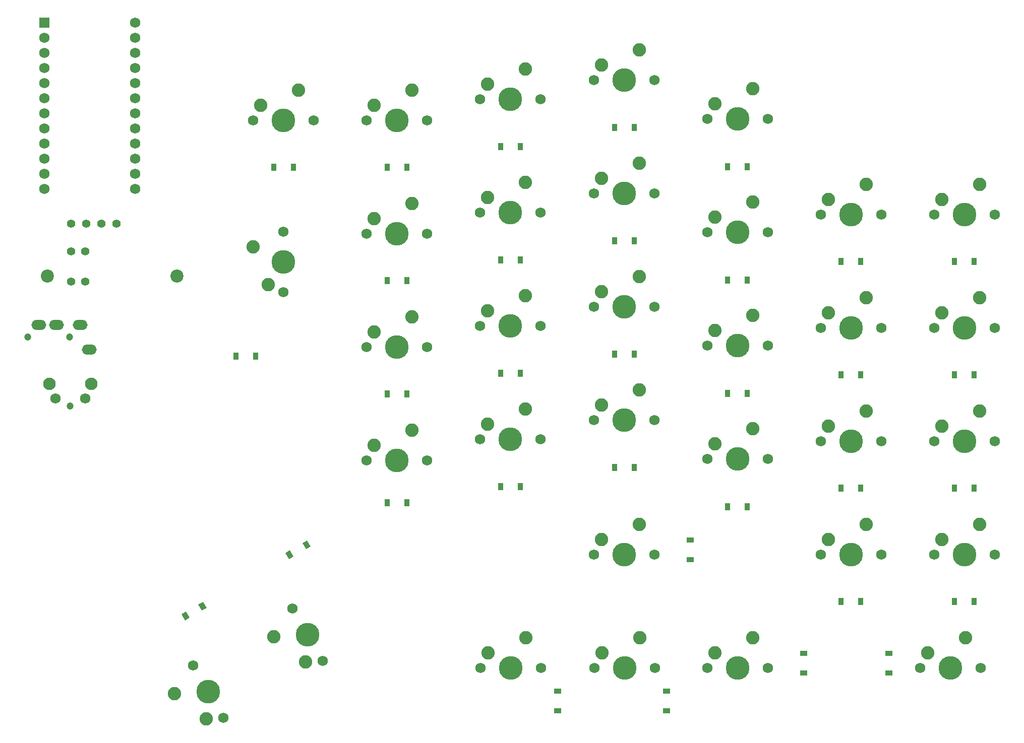
<source format=gbs>
G04 #@! TF.GenerationSoftware,KiCad,Pcbnew,5.1.10*
G04 #@! TF.CreationDate,2021-07-25T23:07:30-04:00*
G04 #@! TF.ProjectId,v04_right,7630345f-7269-4676-9874-2e6b69636164,rev?*
G04 #@! TF.SameCoordinates,Original*
G04 #@! TF.FileFunction,Soldermask,Bot*
G04 #@! TF.FilePolarity,Negative*
%FSLAX46Y46*%
G04 Gerber Fmt 4.6, Leading zero omitted, Abs format (unit mm)*
G04 Created by KiCad (PCBNEW 5.1.10) date 2021-07-25 23:07:30*
%MOMM*%
%LPD*%
G01*
G04 APERTURE LIST*
%ADD10O,2.500000X1.700000*%
%ADD11C,1.200000*%
%ADD12C,2.100000*%
%ADD13C,1.750000*%
%ADD14C,2.200000*%
%ADD15C,2.250000*%
%ADD16C,3.987800*%
%ADD17C,0.100000*%
%ADD18R,1.200000X0.900000*%
%ADD19R,0.900000X1.200000*%
%ADD20C,1.397000*%
%ADD21R,1.752600X1.752600*%
%ADD22C,1.752600*%
G04 APERTURE END LIST*
D10*
X-174731250Y-82268750D03*
X-176231250Y-78068750D03*
X-180231250Y-78068750D03*
X-183231250Y-78068750D03*
D11*
X-178031250Y-80168750D03*
X-185031250Y-80168750D03*
X-177918750Y-91697500D03*
D12*
X-174418750Y-87997500D03*
D13*
X-175418750Y-90487500D03*
X-180418750Y-90487500D03*
D12*
X-181428750Y-87997500D03*
D14*
X-160000000Y-69850000D03*
X-181750000Y-69850000D03*
D15*
X-101490000Y-73197500D03*
D16*
X-104030000Y-78277500D03*
D15*
X-107840000Y-75737500D03*
D13*
X-109110000Y-78277500D03*
X-98950000Y-78277500D03*
D15*
X-101435000Y-130651250D03*
D16*
X-103975000Y-135731250D03*
D15*
X-107785000Y-133191250D03*
D13*
X-109055000Y-135731250D03*
X-98895000Y-135731250D03*
D15*
X-82385000Y-111601250D03*
D16*
X-84925000Y-116681250D03*
D15*
X-88735000Y-114141250D03*
D13*
X-90005000Y-116681250D03*
X-79845000Y-116681250D03*
D15*
X-63335000Y-130651250D03*
D16*
X-65875000Y-135731250D03*
D15*
X-69685000Y-133191250D03*
D13*
X-70955000Y-135731250D03*
X-60795000Y-135731250D03*
D15*
X-63303750Y-95578000D03*
D16*
X-65843750Y-100658000D03*
D15*
X-69653750Y-98118000D03*
D13*
X-70923750Y-100658000D03*
X-60763750Y-100658000D03*
D15*
X-63303750Y-76528000D03*
D16*
X-65843750Y-81608000D03*
D15*
X-69653750Y-79068000D03*
D13*
X-70923750Y-81608000D03*
X-60763750Y-81608000D03*
D15*
X-63303750Y-38428000D03*
D16*
X-65843750Y-43508000D03*
D15*
X-69653750Y-40968000D03*
D13*
X-70923750Y-43508000D03*
X-60763750Y-43508000D03*
D15*
X-25241250Y-111601250D03*
D16*
X-27781250Y-116681250D03*
D15*
X-31591250Y-114141250D03*
D13*
X-32861250Y-116681250D03*
X-22701250Y-116681250D03*
D15*
X-27622500Y-130651250D03*
D16*
X-30162500Y-135731250D03*
D15*
X-33972500Y-133191250D03*
D13*
X-35242500Y-135731250D03*
X-25082500Y-135731250D03*
D17*
G36*
X-138360769Y-115807115D02*
G01*
X-138960769Y-114767885D01*
X-138181347Y-114317885D01*
X-137581347Y-115357115D01*
X-138360769Y-115807115D01*
G37*
G36*
X-141218653Y-117457115D02*
G01*
X-141818653Y-116417885D01*
X-141039231Y-115967885D01*
X-140439231Y-117007115D01*
X-141218653Y-117457115D01*
G37*
D18*
X-96043750Y-139637500D03*
X-96043750Y-142937500D03*
X-77787500Y-139637500D03*
X-77787500Y-142937500D03*
X-73818750Y-114237500D03*
X-73818750Y-117537500D03*
X-54768750Y-133287500D03*
X-54768750Y-136587500D03*
X-40481250Y-133287500D03*
X-40481250Y-136587500D03*
D17*
G36*
X-155823269Y-126125865D02*
G01*
X-156423269Y-125086635D01*
X-155643847Y-124636635D01*
X-155043847Y-125675865D01*
X-155823269Y-126125865D01*
G37*
G36*
X-158681153Y-127775865D02*
G01*
X-159281153Y-126736635D01*
X-158501731Y-126286635D01*
X-157901731Y-127325865D01*
X-158681153Y-127775865D01*
G37*
D19*
X-121381250Y-107950000D03*
X-124681250Y-107950000D03*
X-102380000Y-105265000D03*
X-105680000Y-105265000D03*
X-83230000Y-102040000D03*
X-86530000Y-102040000D03*
X-64230000Y-108640000D03*
X-67530000Y-108640000D03*
X-45181250Y-124618750D03*
X-48481250Y-124618750D03*
X-26131250Y-124618750D03*
X-29431250Y-124618750D03*
X-146781250Y-83343750D03*
X-150081250Y-83343750D03*
X-121381250Y-89693750D03*
X-124681250Y-89693750D03*
X-102380000Y-86215000D03*
X-105680000Y-86215000D03*
X-83230000Y-82990000D03*
X-86530000Y-82990000D03*
X-64230000Y-89590000D03*
X-67530000Y-89590000D03*
X-45181250Y-105568750D03*
X-48481250Y-105568750D03*
X-26131250Y-105568750D03*
X-29431250Y-105568750D03*
X-121381250Y-70643750D03*
X-124681250Y-70643750D03*
X-102380000Y-67165000D03*
X-105680000Y-67165000D03*
X-83230000Y-63940000D03*
X-86530000Y-63940000D03*
X-64230000Y-70540000D03*
X-67530000Y-70540000D03*
X-45181250Y-86518750D03*
X-48481250Y-86518750D03*
X-26131250Y-86518750D03*
X-29431250Y-86518750D03*
X-140431250Y-51593750D03*
X-143731250Y-51593750D03*
X-121381250Y-51593750D03*
X-124681250Y-51593750D03*
X-102380000Y-48115000D03*
X-105680000Y-48115000D03*
X-83230000Y-44890000D03*
X-86530000Y-44890000D03*
X-64230000Y-51490000D03*
X-67530000Y-51490000D03*
X-45181250Y-67468750D03*
X-48481250Y-67468750D03*
X-26131250Y-67468750D03*
X-29431250Y-67468750D03*
D15*
X-147260000Y-64991000D03*
D16*
X-142180000Y-67531000D03*
D15*
X-144720000Y-71341000D03*
D13*
X-142180000Y-72611000D03*
X-142180000Y-62451000D03*
D15*
X-120590000Y-57676000D03*
D16*
X-123130000Y-62756000D03*
D15*
X-126940000Y-60216000D03*
D13*
X-128210000Y-62756000D03*
X-118050000Y-62756000D03*
D15*
X-63303750Y-57478000D03*
D16*
X-65843750Y-62558000D03*
D15*
X-69653750Y-60018000D03*
D13*
X-70923750Y-62558000D03*
X-60763750Y-62558000D03*
D15*
X-120590000Y-38626000D03*
D16*
X-123130000Y-43706000D03*
D15*
X-126940000Y-41166000D03*
D13*
X-128210000Y-43706000D03*
X-118050000Y-43706000D03*
D20*
X-177800000Y-70802500D03*
X-177800000Y-65722500D03*
X-175418750Y-65722500D03*
X-175418750Y-70802500D03*
X-170180000Y-61118750D03*
X-172720000Y-61118750D03*
X-175260000Y-61118750D03*
X-177800000Y-61118750D03*
D21*
X-182245000Y-27305000D03*
D22*
X-182245000Y-29845000D03*
X-182245000Y-32385000D03*
X-182245000Y-34925000D03*
X-182245000Y-37465000D03*
X-182245000Y-40005000D03*
X-182245000Y-42545000D03*
X-182245000Y-45085000D03*
X-182245000Y-47625000D03*
X-182245000Y-50165000D03*
X-182245000Y-52705000D03*
X-167005000Y-55245000D03*
X-167005000Y-52705000D03*
X-167005000Y-50165000D03*
X-167005000Y-47625000D03*
X-167005000Y-45085000D03*
X-167005000Y-42545000D03*
X-167005000Y-40005000D03*
X-167005000Y-37465000D03*
X-167005000Y-34925000D03*
X-167005000Y-32385000D03*
X-167005000Y-29845000D03*
X-182245000Y-55245000D03*
X-167005000Y-27305000D03*
D15*
X-143781909Y-130515295D03*
D16*
X-138112500Y-130175000D03*
D15*
X-138407205Y-134744557D03*
D13*
X-135572500Y-134574409D03*
X-140652500Y-125775591D03*
D15*
X-82321500Y-130663250D03*
D16*
X-84861500Y-135743250D03*
D15*
X-88671500Y-133203250D03*
D13*
X-89941500Y-135743250D03*
X-79781500Y-135743250D03*
D15*
X-160450659Y-140040295D03*
D16*
X-154781250Y-139700000D03*
D15*
X-155075955Y-144269557D03*
D13*
X-152241250Y-144099409D03*
X-157321250Y-135300591D03*
D15*
X-120590000Y-95776000D03*
D16*
X-123130000Y-100856000D03*
D15*
X-126940000Y-98316000D03*
D13*
X-128210000Y-100856000D03*
X-118050000Y-100856000D03*
D15*
X-101490000Y-92247500D03*
D16*
X-104030000Y-97327500D03*
D15*
X-107840000Y-94787500D03*
D13*
X-109110000Y-97327500D03*
X-98950000Y-97327500D03*
D15*
X-82340000Y-88990750D03*
D16*
X-84880000Y-94070750D03*
D15*
X-88690000Y-91530750D03*
D13*
X-89960000Y-94070750D03*
X-79800000Y-94070750D03*
D15*
X-44291250Y-111601250D03*
D16*
X-46831250Y-116681250D03*
D15*
X-50641250Y-114141250D03*
D13*
X-51911250Y-116681250D03*
X-41751250Y-116681250D03*
D15*
X-120590000Y-76726000D03*
D16*
X-123130000Y-81806000D03*
D15*
X-126940000Y-79266000D03*
D13*
X-128210000Y-81806000D03*
X-118050000Y-81806000D03*
D15*
X-82340000Y-69940750D03*
D16*
X-84880000Y-75020750D03*
D15*
X-88690000Y-72480750D03*
D13*
X-89960000Y-75020750D03*
X-79800000Y-75020750D03*
D15*
X-44291250Y-92551250D03*
D16*
X-46831250Y-97631250D03*
D15*
X-50641250Y-95091250D03*
D13*
X-51911250Y-97631250D03*
X-41751250Y-97631250D03*
D15*
X-25241250Y-92551250D03*
D16*
X-27781250Y-97631250D03*
D15*
X-31591250Y-95091250D03*
D13*
X-32861250Y-97631250D03*
X-22701250Y-97631250D03*
D15*
X-101490000Y-54147500D03*
D16*
X-104030000Y-59227500D03*
D15*
X-107840000Y-56687500D03*
D13*
X-109110000Y-59227500D03*
X-98950000Y-59227500D03*
D15*
X-82340000Y-50890750D03*
D16*
X-84880000Y-55970750D03*
D15*
X-88690000Y-53430750D03*
D13*
X-89960000Y-55970750D03*
X-79800000Y-55970750D03*
D15*
X-44291250Y-73501250D03*
D16*
X-46831250Y-78581250D03*
D15*
X-50641250Y-76041250D03*
D13*
X-51911250Y-78581250D03*
X-41751250Y-78581250D03*
D15*
X-25241250Y-73501250D03*
D16*
X-27781250Y-78581250D03*
D15*
X-31591250Y-76041250D03*
D13*
X-32861250Y-78581250D03*
X-22701250Y-78581250D03*
D15*
X-139640000Y-38638500D03*
D16*
X-142180000Y-43718500D03*
D15*
X-145990000Y-41178500D03*
D13*
X-147260000Y-43718500D03*
X-137100000Y-43718500D03*
D15*
X-101490000Y-35097500D03*
D16*
X-104030000Y-40177500D03*
D15*
X-107840000Y-37637500D03*
D13*
X-109110000Y-40177500D03*
X-98950000Y-40177500D03*
D15*
X-82340000Y-31840750D03*
D16*
X-84880000Y-36920750D03*
D15*
X-88690000Y-34380750D03*
D13*
X-89960000Y-36920750D03*
X-79800000Y-36920750D03*
D15*
X-44291250Y-54451250D03*
D16*
X-46831250Y-59531250D03*
D15*
X-50641250Y-56991250D03*
D13*
X-51911250Y-59531250D03*
X-41751250Y-59531250D03*
D15*
X-25241250Y-54451250D03*
D16*
X-27781250Y-59531250D03*
D15*
X-31591250Y-56991250D03*
D13*
X-32861250Y-59531250D03*
X-22701250Y-59531250D03*
M02*

</source>
